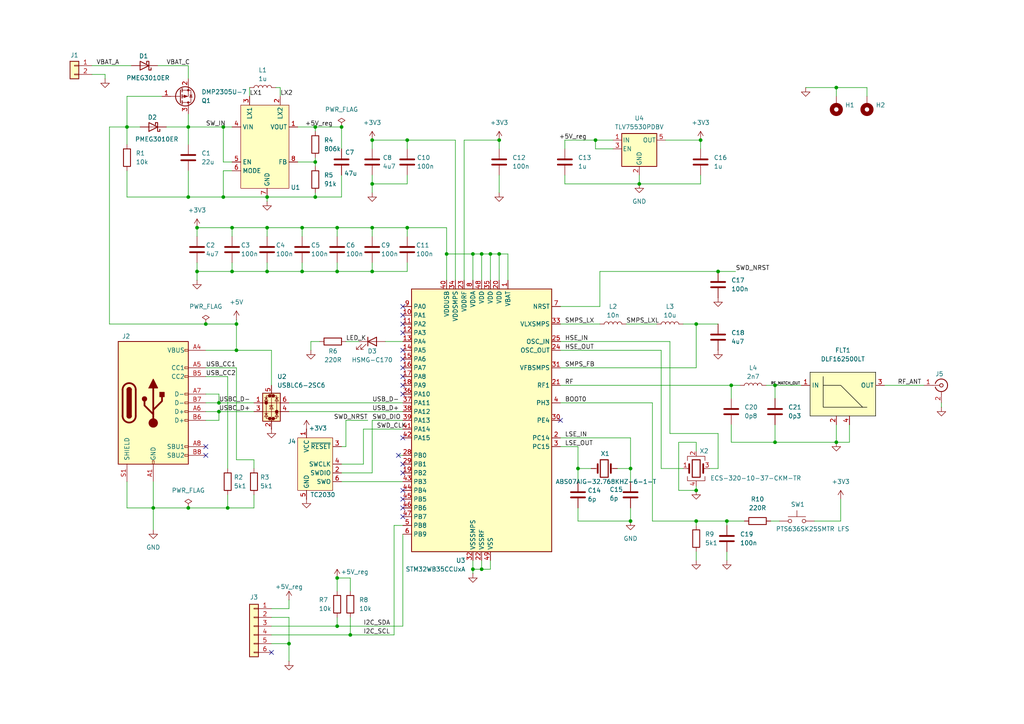
<source format=kicad_sch>
(kicad_sch (version 20250114) (generator "eeschema") (generator_version "9.0")
  (paper "A4")
  (title_block (title "STM32WB with SEN54 module") (date "2025-09-11") (rev "A"))
  (junction (at 59.69 93.98))
  (junction (at 208.28 78.74))
  (junction (at 99.06 36.83))
  (junction (at 87.63 66.04))
  (junction (at 91.44 36.83))
  (junction (at 203.2 40.64))
  (junction (at 101.6 184.15))
  (junction (at 212.09 111.76))
  (junction (at 57.15 66.04))
  (junction (at 137.16 165.1))
  (junction (at 97.79 66.04))
  (junction (at 137.16 73.66))
  (junction (at 172.72 40.64))
  (junction (at 77.47 57.15))
  (junction (at 64.77 36.83))
  (junction (at 139.7 73.66))
  (junction (at 201.93 142.24))
  (junction (at 107.95 66.04))
  (junction (at 182.88 135.89))
  (junction (at 118.11 40.64))
  (junction (at 97.79 167.64))
  (junction (at 224.79 128.27))
  (junction (at 139.7 165.1))
  (junction (at 83.82 186.69))
  (junction (at 54.61 36.83))
  (junction (at 142.24 73.66))
  (junction (at 97.79 181.61))
  (junction (at 64.77 57.15))
  (junction (at 91.44 57.15))
  (junction (at 182.88 151.13))
  (junction (at 144.78 40.64))
  (junction (at 87.63 78.74))
  (junction (at 107.95 78.74))
  (junction (at 67.31 78.74))
  (junction (at 129.54 73.66))
  (junction (at 67.31 66.04))
  (junction (at 210.82 151.13))
  (junction (at 107.95 40.64))
  (junction (at 97.79 78.74))
  (junction (at 63.5 116.84))
  (junction (at 63.5 119.38))
  (junction (at 242.57 128.27))
  (junction (at 68.58 93.98))
  (junction (at 54.61 57.15))
  (junction (at 66.04 147.32))
  (junction (at 167.64 135.89))
  (junction (at 118.11 66.04))
  (junction (at 68.58 101.6))
  (junction (at 201.93 151.13))
  (junction (at 57.15 78.74))
  (junction (at 77.47 66.04))
  (junction (at 242.57 25.4))
  (junction (at 185.42 53.34))
  (junction (at 201.93 93.98))
  (junction (at 54.61 147.32))
  (junction (at 224.79 111.76))
  (junction (at 36.83 36.83))
  (junction (at 144.78 73.66))
  (junction (at 107.95 53.34))
  (junction (at 77.47 78.74))
  (junction (at 91.44 46.99))
  (junction (at 44.45 147.32))
  (no_connect (at 115.57 132.08))
  (no_connect (at 116.84 137.16))
  (no_connect (at 116.84 109.22))
  (no_connect (at 116.84 134.62))
  (no_connect (at 78.74 189.23))
  (no_connect (at 116.84 142.24))
  (no_connect (at 162.56 121.92))
  (no_connect (at 116.84 104.14))
  (no_connect (at 59.69 129.54))
  (no_connect (at 116.84 88.9))
  (no_connect (at 116.84 144.78))
  (no_connect (at 116.84 93.98))
  (no_connect (at 116.84 127))
  (no_connect (at 116.84 147.32))
  (no_connect (at 59.69 132.08))
  (no_connect (at 116.84 111.76))
  (no_connect (at 116.84 114.3))
  (no_connect (at 116.84 106.68))
  (no_connect (at 116.84 101.6))
  (no_connect (at 116.84 91.44))
  (no_connect (at 116.84 149.86))
  (no_connect (at 116.84 96.52))
  (wire (pts (xy 26.67 19.05) (xy 38.1 19.05)))
  (wire (pts (xy 189.23 116.84) (xy 162.56 116.84)))
  (wire (pts (xy 64.77 49.53) (xy 64.77 57.15)))
  (wire (pts (xy 191.77 101.6) (xy 162.56 101.6)))
  (wire (pts (xy 163.83 40.64) (xy 163.83 43.18)))
  (wire (pts (xy 118.11 50.8) (xy 118.11 53.34)))
  (wire (pts (xy 201.93 130.81) (xy 201.93 128.27)))
  (wire (pts (xy 83.82 119.38) (xy 116.84 119.38)))
  (wire (pts (xy 87.63 66.04) (xy 97.79 66.04)))
  (wire (pts (xy 91.44 57.15) (xy 77.47 57.15)))
  (wire (pts (xy 77.47 78.74) (xy 87.63 78.74)))
  (wire (pts (xy 144.78 73.66) (xy 144.78 81.28)))
  (wire (pts (xy 86.36 46.99) (xy 91.44 46.99)))
  (wire (pts (xy 196.85 128.27) (xy 196.85 142.24)))
  (wire (pts (xy 129.54 81.28) (xy 129.54 73.66)))
  (wire (pts (xy 99.06 139.7) (xy 116.84 139.7)))
  (wire (pts (xy 54.61 33.02) (xy 54.61 36.83)))
  (wire (pts (xy 91.44 46.99) (xy 91.44 45.72)))
  (wire (pts (xy 97.79 76.2) (xy 97.79 78.74)))
  (wire (pts (xy 273.05 116.84) (xy 273.05 118.11)))
  (wire (pts (xy 99.06 137.16) (xy 107.95 137.16)))
  (wire (pts (xy 107.95 78.74) (xy 118.11 78.74)))
  (wire (pts (xy 201.93 128.27) (xy 196.85 128.27)))
  (wire (pts (xy 198.12 93.98) (xy 201.93 93.98)))
  (wire (pts (xy 224.79 128.27) (xy 242.57 128.27)))
  (wire (pts (xy 36.83 57.15) (xy 54.61 57.15)))
  (wire (pts (xy 67.31 49.53) (xy 64.77 49.53)))
  (wire (pts (xy 101.6 179.07) (xy 101.6 184.15)))
  (wire (pts (xy 167.64 135.89) (xy 167.64 139.7)))
  (wire (pts (xy 114.3 152.4) (xy 116.84 152.4)))
  (wire (pts (xy 99.06 57.15) (xy 91.44 57.15)))
  (wire (pts (xy 189.23 116.84) (xy 189.23 151.13)))
  (wire (pts (xy 78.74 181.61) (xy 97.79 181.61)))
  (wire (pts (xy 26.67 21.59) (xy 30.48 21.59)))
  (wire (pts (xy 66.04 109.22) (xy 66.04 135.89)))
  (wire (pts (xy 167.64 147.32) (xy 167.64 151.13)))
  (wire (pts (xy 68.58 101.6) (xy 68.58 93.98)))
  (wire (pts (xy 115.57 132.08) (xy 116.84 132.08)))
  (wire (pts (xy 201.93 151.13) (xy 210.82 151.13)))
  (wire (pts (xy 144.78 43.18) (xy 144.78 40.64)))
  (wire (pts (xy 118.11 40.64) (xy 118.11 43.18)))
  (wire (pts (xy 67.31 78.74) (xy 77.47 78.74)))
  (wire (pts (xy 194.31 125.73) (xy 194.31 99.06)))
  (wire (pts (xy 224.79 123.19) (xy 224.79 128.27)))
  (wire (pts (xy 36.83 36.83) (xy 36.83 41.91)))
  (wire (pts (xy 99.06 134.62) (xy 105.41 134.62)))
  (wire (pts (xy 129.54 66.04) (xy 118.11 66.04)))
  (wire (pts (xy 78.74 179.07) (xy 83.82 179.07)))
  (wire (pts (xy 48.26 36.83) (xy 54.61 36.83)))
  (wire (pts (xy 67.31 66.04) (xy 67.31 68.58)))
  (wire (pts (xy 86.36 36.83) (xy 91.44 36.83)))
  (wire (pts (xy 63.5 116.84) (xy 73.66 116.84)))
  (wire (pts (xy 57.15 78.74) (xy 67.31 78.74)))
  (wire (pts (xy 66.04 143.51) (xy 66.04 147.32)))
  (wire (pts (xy 129.54 73.66) (xy 129.54 66.04)))
  (wire (pts (xy 36.83 139.7) (xy 36.83 147.32)))
  (wire (pts (xy 181.61 93.98) (xy 190.5 93.98)))
  (wire (pts (xy 80.01 25.4) (xy 81.28 25.4)))
  (wire (pts (xy 212.09 115.57) (xy 212.09 111.76)))
  (wire (pts (xy 59.69 119.38) (xy 63.5 119.38)))
  (wire (pts (xy 203.2 50.8) (xy 203.2 53.34)))
  (wire (pts (xy 64.77 46.99) (xy 64.77 36.83)))
  (wire (pts (xy 201.93 106.68) (xy 201.93 93.98)))
  (wire (pts (xy 87.63 68.58) (xy 87.63 66.04)))
  (wire (pts (xy 78.74 176.53) (xy 83.82 176.53)))
  (wire (pts (xy 54.61 147.32) (xy 66.04 147.32)))
  (wire (pts (xy 64.77 36.83) (xy 67.31 36.83)))
  (wire (pts (xy 77.47 76.2) (xy 77.47 78.74)))
  (wire (pts (xy 59.69 116.84) (xy 63.5 116.84)))
  (wire (pts (xy 226.06 151.13) (xy 223.52 151.13)))
  (wire (pts (xy 36.83 49.53) (xy 36.83 57.15)))
  (wire (pts (xy 208.28 125.73) (xy 194.31 125.73)))
  (wire (pts (xy 147.32 73.66) (xy 144.78 73.66)))
  (wire (pts (xy 59.69 121.92) (xy 63.5 121.92)))
  (wire (pts (xy 162.56 88.9) (xy 173.99 88.9)))
  (wire (pts (xy 246.38 128.27) (xy 246.38 123.19)))
  (wire (pts (xy 163.83 50.8) (xy 163.83 53.34)))
  (wire (pts (xy 142.24 73.66) (xy 144.78 73.66)))
  (wire (pts (xy 210.82 162.56) (xy 210.82 160.02)))
  (wire (pts (xy 185.42 53.34) (xy 203.2 53.34)))
  (wire (pts (xy 139.7 162.56) (xy 139.7 165.1)))
  (wire (pts (xy 163.83 53.34) (xy 185.42 53.34)))
  (wire (pts (xy 68.58 93.98) (xy 68.58 92.71)))
  (wire (pts (xy 99.06 50.8) (xy 99.06 57.15)))
  (wire (pts (xy 194.31 99.06) (xy 162.56 99.06)))
  (wire (pts (xy 36.83 147.32) (xy 44.45 147.32)))
  (wire (pts (xy 77.47 58.42) (xy 77.47 57.15)))
  (wire (pts (xy 78.74 111.76) (xy 78.74 101.6)))
  (wire (pts (xy 116.84 181.61) (xy 116.84 154.94)))
  (wire (pts (xy 87.63 76.2) (xy 87.63 78.74)))
  (wire (pts (xy 107.95 121.92) (xy 107.95 137.16)))
  (wire (pts (xy 77.47 66.04) (xy 87.63 66.04)))
  (wire (pts (xy 107.95 121.92) (xy 116.84 121.92)))
  (wire (pts (xy 107.95 76.2) (xy 107.95 78.74)))
  (wire (pts (xy 182.88 151.13) (xy 182.88 147.32)))
  (wire (pts (xy 67.31 46.99) (xy 64.77 46.99)))
  (wire (pts (xy 224.79 111.76) (xy 232.41 111.76)))
  (wire (pts (xy 242.57 25.4) (xy 251.46 25.4)))
  (wire (pts (xy 224.79 111.76) (xy 224.79 115.57)))
  (wire (pts (xy 64.77 57.15) (xy 77.47 57.15)))
  (wire (pts (xy 36.83 27.94) (xy 36.83 36.83)))
  (wire (pts (xy 167.64 129.54) (xy 167.64 135.89)))
  (wire (pts (xy 173.99 78.74) (xy 208.28 78.74)))
  (wire (pts (xy 208.28 135.89) (xy 205.74 135.89)))
  (wire (pts (xy 68.58 106.68) (xy 68.58 133.35)))
  (wire (pts (xy 36.83 36.83) (xy 40.64 36.83)))
  (wire (pts (xy 59.69 101.6) (xy 68.58 101.6)))
  (wire (pts (xy 99.06 36.83) (xy 99.06 43.18)))
  (wire (pts (xy 208.28 135.89) (xy 208.28 125.73)))
  (wire (pts (xy 243.84 144.78) (xy 243.84 151.13)))
  (wire (pts (xy 179.07 135.89) (xy 182.88 135.89)))
  (wire (pts (xy 66.04 147.32) (xy 73.66 147.32)))
  (wire (pts (xy 99.06 129.54) (xy 100.33 129.54)))
  (wire (pts (xy 144.78 50.8) (xy 144.78 55.88)))
  (wire (pts (xy 107.95 50.8) (xy 107.95 53.34)))
  (wire (pts (xy 185.42 50.8) (xy 185.42 53.34)))
  (wire (pts (xy 172.72 43.18) (xy 172.72 40.64)))
  (wire (pts (xy 139.7 165.1) (xy 142.24 165.1)))
  (wire (pts (xy 139.7 81.28) (xy 139.7 73.66)))
  (wire (pts (xy 212.09 111.76) (xy 214.63 111.76)))
  (wire (pts (xy 212.09 123.19) (xy 212.09 128.27)))
  (wire (pts (xy 107.95 66.04) (xy 107.95 68.58)))
  (wire (pts (xy 137.16 73.66) (xy 137.16 81.28)))
  (wire (pts (xy 118.11 66.04) (xy 118.11 68.58)))
  (wire (pts (xy 162.56 127) (xy 182.88 127)))
  (wire (pts (xy 210.82 151.13) (xy 215.9 151.13)))
  (wire (pts (xy 101.6 167.64) (xy 101.6 171.45)))
  (wire (pts (xy 173.99 88.9) (xy 173.99 78.74)))
  (wire (pts (xy 59.69 109.22) (xy 66.04 109.22)))
  (wire (pts (xy 162.56 129.54) (xy 167.64 129.54)))
  (wire (pts (xy 203.2 43.18) (xy 203.2 40.64)))
  (wire (pts (xy 77.47 66.04) (xy 77.47 68.58)))
  (wire (pts (xy 30.48 21.59) (xy 30.48 22.86)))
  (wire (pts (xy 59.69 114.3) (xy 63.5 114.3)))
  (wire (pts (xy 57.15 76.2) (xy 57.15 78.74)))
  (wire (pts (xy 59.69 106.68) (xy 68.58 106.68)))
  (wire (pts (xy 132.08 40.64) (xy 118.11 40.64)))
  (wire (pts (xy 107.95 43.18) (xy 107.95 40.64)))
  (wire (pts (xy 97.79 167.64) (xy 97.79 171.45)))
  (wire (pts (xy 222.25 111.76) (xy 224.79 111.76)))
  (wire (pts (xy 107.95 53.34) (xy 107.95 55.88)))
  (wire (pts (xy 208.28 78.74) (xy 213.36 78.74)))
  (wire (pts (xy 137.16 162.56) (xy 137.16 165.1)))
  (wire (pts (xy 59.69 93.98) (xy 31.75 93.98)))
  (wire (pts (xy 57.15 78.74) (xy 57.15 81.28)))
  (wire (pts (xy 129.54 73.66) (xy 137.16 73.66)))
  (wire (pts (xy 201.93 93.98) (xy 208.28 93.98)))
  (wire (pts (xy 91.44 36.83) (xy 91.44 38.1)))
  (wire (pts (xy 142.24 81.28) (xy 142.24 73.66)))
  (wire (pts (xy 91.44 46.99) (xy 91.44 48.26)))
  (wire (pts (xy 36.83 36.83) (xy 31.75 36.83)))
  (wire (pts (xy 142.24 162.56) (xy 142.24 165.1)))
  (wire (pts (xy 68.58 93.98) (xy 59.69 93.98)))
  (wire (pts (xy 72.39 25.4) (xy 72.39 27.94)))
  (wire (pts (xy 107.95 40.64) (xy 118.11 40.64)))
  (wire (pts (xy 107.95 66.04) (xy 118.11 66.04)))
  (wire (pts (xy 54.61 36.83) (xy 64.77 36.83)))
  (wire (pts (xy 114.3 184.15) (xy 114.3 152.4)))
  (wire (pts (xy 97.79 66.04) (xy 107.95 66.04)))
  (wire (pts (xy 68.58 133.35) (xy 73.66 133.35)))
  (wire (pts (xy 63.5 119.38) (xy 73.66 119.38)))
  (wire (pts (xy 134.62 40.64) (xy 144.78 40.64)))
  (wire (pts (xy 162.56 111.76) (xy 212.09 111.76)))
  (wire (pts (xy 44.45 147.32) (xy 44.45 153.67)))
  (wire (pts (xy 236.22 151.13) (xy 243.84 151.13)))
  (wire (pts (xy 163.83 40.64) (xy 172.72 40.64)))
  (wire (pts (xy 242.57 123.19) (xy 242.57 128.27)))
  (wire (pts (xy 137.16 165.1) (xy 139.7 165.1)))
  (wire (pts (xy 44.45 147.32) (xy 54.61 147.32)))
  (wire (pts (xy 201.93 151.13) (xy 201.93 152.4)))
  (wire (pts (xy 97.79 179.07) (xy 97.79 181.61)))
  (wire (pts (xy 162.56 93.98) (xy 173.99 93.98)))
  (wire (pts (xy 90.17 99.06) (xy 92.71 99.06)))
  (wire (pts (xy 91.44 36.83) (xy 99.06 36.83)))
  (wire (pts (xy 137.16 166.37) (xy 137.16 165.1)))
  (wire (pts (xy 189.23 151.13) (xy 201.93 151.13)))
  (wire (pts (xy 171.45 135.89) (xy 167.64 135.89)))
  (wire (pts (xy 137.16 73.66) (xy 139.7 73.66)))
  (wire (pts (xy 87.63 78.74) (xy 97.79 78.74)))
  (wire (pts (xy 97.79 68.58) (xy 97.79 66.04)))
  (wire (pts (xy 196.85 142.24) (xy 201.93 142.24)))
  (wire (pts (xy 191.77 101.6) (xy 191.77 135.89)))
  (wire (pts (xy 162.56 106.68) (xy 201.93 106.68)))
  (wire (pts (xy 78.74 184.15) (xy 101.6 184.15)))
  (wire (pts (xy 177.8 43.18) (xy 172.72 43.18)))
  (wire (pts (xy 147.32 81.28) (xy 147.32 73.66)))
  (wire (pts (xy 251.46 27.94) (xy 251.46 25.4)))
  (wire (pts (xy 67.31 66.04) (xy 77.47 66.04)))
  (wire (pts (xy 73.66 143.51) (xy 73.66 147.32)))
  (wire (pts (xy 73.66 133.35) (xy 73.66 135.89)))
  (wire (pts (xy 172.72 40.64) (xy 177.8 40.64)))
  (wire (pts (xy 83.82 173.99) (xy 83.82 176.53)))
  (wire (pts (xy 44.45 139.7) (xy 44.45 147.32)))
  (wire (pts (xy 118.11 78.74) (xy 118.11 76.2)))
  (wire (pts (xy 256.54 111.76) (xy 267.97 111.76)))
  (wire (pts (xy 201.93 160.02) (xy 201.93 162.56)))
  (wire (pts (xy 139.7 73.66) (xy 142.24 73.66)))
  (wire (pts (xy 105.41 124.46) (xy 116.84 124.46)))
  (wire (pts (xy 182.88 135.89) (xy 182.88 139.7)))
  (wire (pts (xy 90.17 101.6) (xy 90.17 99.06)))
  (wire (pts (xy 57.15 68.58) (xy 57.15 66.04)))
  (wire (pts (xy 83.82 179.07) (xy 83.82 186.69)))
  (wire (pts (xy 83.82 116.84) (xy 116.84 116.84)))
  (wire (pts (xy 97.79 181.61) (xy 116.84 181.61)))
  (wire (pts (xy 78.74 186.69) (xy 83.82 186.69)))
  (wire (pts (xy 193.04 40.64) (xy 203.2 40.64)))
  (wire (pts (xy 242.57 27.94) (xy 242.57 25.4)))
  (wire (pts (xy 100.33 99.06) (xy 104.14 99.06)))
  (wire (pts (xy 132.08 81.28) (xy 132.08 40.64)))
  (wire (pts (xy 210.82 151.13) (xy 210.82 152.4)))
  (wire (pts (xy 54.61 57.15) (xy 64.77 57.15)))
  (wire (pts (xy 242.57 128.27) (xy 246.38 128.27)))
  (wire (pts (xy 242.57 25.4) (xy 233.68 25.4)))
  (wire (pts (xy 63.5 119.38) (xy 63.5 121.92)))
  (wire (pts (xy 54.61 36.83) (xy 54.61 41.91)))
  (wire (pts (xy 36.83 27.94) (xy 46.99 27.94)))
  (wire (pts (xy 101.6 167.64) (xy 97.79 167.64)))
  (wire (pts (xy 101.6 184.15) (xy 114.3 184.15)))
  (wire (pts (xy 167.64 151.13) (xy 182.88 151.13)))
  (wire (pts (xy 54.61 49.53) (xy 54.61 57.15)))
  (wire (pts (xy 191.77 135.89) (xy 198.12 135.89)))
  (wire (pts (xy 67.31 76.2) (xy 67.31 78.74)))
  (wire (pts (xy 63.5 114.3) (xy 63.5 116.84)))
  (wire (pts (xy 45.72 19.05) (xy 54.61 19.05)))
  (wire (pts (xy 107.95 53.34) (xy 118.11 53.34)))
  (wire (pts (xy 91.44 55.88) (xy 91.44 57.15)))
  (wire (pts (xy 31.75 93.98) (xy 31.75 36.83)))
  (wire (pts (xy 105.41 134.62) (xy 105.41 124.46)))
  (wire (pts (xy 212.09 128.27) (xy 224.79 128.27)))
  (wire (pts (xy 201.93 142.24) (xy 201.93 140.97)))
  (wire (pts (xy 83.82 186.69) (xy 83.82 191.77)))
  (wire (pts (xy 81.28 25.4) (xy 81.28 27.94)))
  (wire (pts (xy 97.79 78.74) (xy 107.95 78.74)))
  (wire (pts (xy 134.62 81.28) (xy 134.62 40.64)))
  (wire (pts (xy 57.15 66.04) (xy 67.31 66.04)))
  (wire (pts (xy 100.33 129.54) (xy 100.33 121.92)))
  (wire (pts (xy 78.74 101.6) (xy 68.58 101.6)))
  (wire (pts (xy 111.76 99.06) (xy 116.84 99.06)))
  (wire (pts (xy 100.33 121.92) (xy 106.68 121.92)))
  (wire (pts (xy 54.61 22.86) (xy 54.61 19.05)))
  (wire (pts (xy 182.88 127) (xy 182.88 135.89)))
  (label "RF_MATCH_OUT" (at 223.52 111.76 0) (effects (font (size 0.762 0.762))))
  (label "+5V_reg" (at 170.18 40.64 180))
  (label "USBC_D-" (at 63.5 116.84 0))
  (label "SMPS_FB" (at 163.83 106.68 0))
  (label "USB_D-" (at 107.95 116.84 0))
  (label "HSE_OUT" (at 163.83 101.6 0))
  (label "BOOT0" (at 163.83 116.84 0))
  (label "SWD_DIO" (at 107.95 121.92 0))
  (label "SWD_NRST" (at 213.36 78.74 0))
  (label "SWD_NRST" (at 106.68 121.92 180))
  (label "LSE_IN" (at 163.83 127 0))
  (label "SWD_CLK" (at 109.22 124.46 0))
  (label "+5V_reg" (at 96.52 36.83 180))
  (label "SW_IN" (at 59.69 36.83 0))
  (label "RF_ANT" (at 260.35 111.76 0))
  (label "USB_D+" (at 107.95 119.38 0))
  (label "HSE_IN" (at 163.83 99.06 0))
  (label "USB_CC2" (at 59.69 109.22 0))
  (label "LX1" (at 72.39 27.94 0))
  (label "LX2" (at 81.28 27.94 0))
  (label "I2C_SCL" (at 105.41 184.15 0))
  (label "SMPS_LXL" (at 181.61 93.98 0))
  (label "USB_CC1" (at 59.69 106.68 0))
  (label "I2C_SDA" (at 105.41 181.61 0))
  (label "LSE_OUT" (at 163.83 129.54 0))
  (label "SMPS_LX" (at 163.83 93.98 0))
  (label "VBAT_A" (at 27.94 19.05 0))
  (label "RF" (at 163.83 111.76 0))
  (label "LED_K" (at 100.33 99.06 0))
  (label "USBC_D+" (at 63.5 119.38 0))
  (label "VBAT_C" (at 48.26 19.05 0))
  (symbol (lib_id "Device:C") (at 203.2 46.99 0) (unit 1)
    (property "Reference" "C16" (at 207.01 45.7199 0) (effects (justify left)))
    (property "Value" "1u" (at 207.01 48.2599 0) (effects (justify left)))
    (property "Footprint" "Capacitor_SMD:C_0603_1608Metric" (effects (hide yes)))
    (property "Description" "Unpolarized capacitor" (effects (hide yes)))
  )
  (symbol (lib_id "power:GND") (at 208.28 86.36 0) (unit 1)
    (property "Reference" "#PWR024" (effects (hide yes)))
    (property "Value" "GND" (effects (hide yes)))
    (property "Description" "Power symbol creates a global label with name \"GND\" , ground" (effects (hide yes)))
  )
  (symbol (lib_id "Device:R") (at 91.44 52.07 0) (unit 1)
    (property "Reference" "R5" (at 93.98 50.7999 0) (effects (justify left)))
    (property "Value" "91k" (at 93.98 53.3399 0) (effects (justify left)))
    (property "Footprint" "Resistor_SMD:R_0603_1608Metric" (effects (hide yes)))
    (property "Description" "Resistor" (effects (hide yes)))
  )
  (symbol (lib_id "Device:C") (at 77.47 72.39 0) (unit 1)
    (property "Reference" "C4" (at 80.01 71.12 0) (effects (justify left)))
    (property "Value" "100n" (at 80.01 73.66 0) (effects (justify left)))
    (property "Footprint" "Capacitor_SMD:C_0603_1608Metric" (effects (hide yes)))
    (property "Description" "Unpolarized capacitor" (effects (hide yes)))
  )
  (symbol (lib_id "Device:Crystal_GND24") (at 201.93 135.89 0) (unit 1)
    (property "Reference" "X2" (at 204.216 130.81 0))
    (property "Value" "ECS-320-10-37-CKM-TR" (at 219.202 138.684 0))
    (property "Footprint" "Crystal:Crystal_SMD_SeikoEpson_FA128-4Pin_2.0x1.6mm" (effects (hide yes)))
    (property "Datasheet" "https://eu.mouser.com/datasheet/3/294/1/ecx-1637.pdf" (effects (hide yes)))
    (property "Description" "520-320-10-37-CKMT" (effects (hide yes)))
  )
  (symbol (lib_id "Mechanical:MountingHole_Pad") (at 251.46 30.48 180) (unit 1) (in_bom no)
    (property "Reference" "H2" (at 254 30.4799 0) (effects (justify right)))
    (property "Value" "MountingHole_Pad" (effects (hide yes)))
    (property "Footprint" "MountingHole:MountingHole_2.2mm_M2_Pad_Via" (effects (hide yes)))
    (property "Description" "Mounting Hole with connection" (effects (hide yes)))
  )
  (symbol (lib_id "power:GND") (at 44.45 153.67 0) (unit 1)
    (property "Reference" "#PWR02" (effects (hide yes)))
    (property "Value" "GND" (at 44.45 158.75 0))
    (property "Description" "Power symbol creates a global label with name \"GND\" , ground" (effects (hide yes)))
  )
  (symbol (lib_id "Regulator_Linear:TLV75530PDBV") (at 185.42 43.18 0) (unit 1)
    (property "Reference" "U4" (at 185.42 34.29 0))
    (property "Value" "TLV75530PDBV" (at 185.42 36.83 0))
    (property "Footprint" "Package_TO_SOT_SMD:SOT-23-5" (effects (hide yes)))
    (property "Datasheet" "http://www.ti.com/lit/ds/symlink/tlv755p.pdf" (effects (hide yes)))
    (property "Description" "500mA Low Dropout Voltage Regulator, Fixed Output 3.0V, SOT-23-5" (effects (hide yes)))
  )
  (symbol (lib_id "power:GND") (at 182.88 151.13 0) (unit 1)
    (property "Reference" "#PWR019" (effects (hide yes)))
    (property "Value" "GND" (at 182.88 156.21 0))
    (property "Description" "Power symbol creates a global label with name \"GND\" , ground" (effects (hide yes)))
  )
  (symbol (lib_id "power:GND") (at 77.47 58.42 0) (unit 1)
    (property "Reference" "#PWR06" (effects (hide yes)))
    (property "Value" "GND" (effects (hide yes)))
    (property "Description" "Power symbol creates a global label with name \"GND\" , ground" (effects (hide yes)))
  )
  (symbol (lib_id "power:+BATT") (at 83.82 173.99 0) (unit 1)
    (property "Reference" "#PWR08" (effects (hide yes)))
    (property "Value" "+5V_reg" (at 83.82 170.18 0))
    (property "Description" "Power symbol creates a global label with name \"+BATT\"" (effects (hide yes)))
  )
  (symbol (lib_id "power:+BATT") (at 97.79 167.64 0) (unit 1)
    (property "Reference" "#PWR013" (effects (hide yes)))
    (property "Value" "+5V_reg" (at 102.87 165.862 0))
    (property "Description" "Power symbol creates a global label with name \"+BATT\"" (effects (hide yes)))
  )
  (symbol (lib_id "power:GND") (at 107.95 55.88 0) (unit 1)
    (property "Reference" "#PWR015" (effects (hide yes)))
    (property "Value" "GND" (effects (hide yes)))
    (property "Description" "Power symbol creates a global label with name \"GND\" , ground" (effects (hide yes)))
  )
  (symbol (lib_id "Device:C") (at 118.11 46.99 0) (unit 1)
    (property "Reference" "C10" (at 120.904 45.72 0) (effects (justify left)))
    (property "Value" "100n" (at 120.904 48.26 0) (effects (justify left)))
    (property "Footprint" "Capacitor_SMD:C_0603_1608Metric" (effects (hide yes)))
    (property "Description" "Unpolarized capacitor" (effects (hide yes)))
  )
  (symbol (lib_id "power:GND") (at 210.82 162.56 0) (unit 1)
    (property "Reference" "#PWR026" (effects (hide yes)))
    (property "Value" "GND" (effects (hide yes)))
    (property "Description" "Power symbol creates a global label with name \"GND\" , ground" (effects (hide yes)))
  )
  (symbol (lib_id "power:GND") (at 273.05 118.11 0) (unit 1)
    (property "Reference" "#PWR030" (effects (hide yes)))
    (property "Value" "GND" (effects (hide yes)))
    (property "Description" "Power symbol creates a global label with name \"GND\" , ground" (effects (hide yes)))
  )
  (symbol (lib_id "power:GND") (at 137.16 166.37 0) (unit 1)
    (property "Reference" "#PWR016" (effects (hide yes)))
    (property "Value" "GND" (effects (hide yes)))
    (property "Description" "Power symbol creates a global label with name \"GND\" , ground" (effects (hide yes)))
  )
  (symbol (lib_id "Connector_Generic:Conn_01x06") (at 73.66 181.61 0) (mirror y) (unit 1)
    (property "Reference" "J3" (at 73.66 173.228 0))
    (property "Value" "Conn_01x06" (effects (hide yes)))
    (property "Footprint" "Connector_PinHeader_2.54mm:PinHeader_1x06_P2.54mm_Vertical" (effects (hide yes)))
    (property "Description" "Generic connector, single row, 01x06, script generated (kicad-library-utils/schlib/autogen/connector/)" (effects (hide yes)))
  )
  (symbol (lib_id "Device:C") (at 87.63 72.39 0) (unit 1)
    (property "Reference" "C5" (at 90.17 71.12 0) (effects (justify left)))
    (property "Value" "100n" (at 90.17 73.66 0) (effects (justify left)))
    (property "Footprint" "Capacitor_SMD:C_0603_1608Metric" (effects (hide yes)))
    (property "Description" "Unpolarized capacitor" (effects (hide yes)))
  )
  (symbol (lib_id "Device:L") (at 218.44 111.76 90) (unit 1)
    (property "Reference" "L4" (at 218.44 106.68 90))
    (property "Value" "2n7" (at 218.44 109.22 90))
    (property "Footprint" "Inductor_SMD:L_0603_1608Metric" (effects (hide yes)))
    (property "Description" "Inductor" (effects (hide yes)))
  )
  (symbol (lib_id "power:+5V") (at 68.58 92.71 0) (unit 1)
    (property "Reference" "#PWR05" (effects (hide yes)))
    (property "Value" "+5V" (at 68.58 87.63 0))
    (property "Description" "Power symbol creates a global label with name \"+5V\"" (effects (hide yes)))
  )
  (symbol (lib_id "Device:C") (at 67.31 72.39 0) (unit 1)
    (property "Reference" "C3" (at 69.85 71.12 0) (effects (justify left)))
    (property "Value" "100n" (at 69.85 73.66 0) (effects (justify left)))
    (property "Footprint" "Capacitor_SMD:C_0603_1608Metric" (effects (hide yes)))
    (property "Description" "Unpolarized capacitor" (effects (hide yes)))
  )
  (symbol (lib_id "Device:R") (at 96.52 99.06 90) (unit 1)
    (property "Reference" "R6" (at 96.5835 101.854 90))
    (property "Value" "220R" (at 96.5835 104.394 90))
    (property "Footprint" "Resistor_SMD:R_0603_1608Metric" (effects (hide yes)))
    (property "Description" "Resistor" (effects (hide yes)))
  )
  (symbol (lib_id "Device:D_Schottky") (at 41.91 19.05 180) (unit 1)
    (property "Reference" "D1" (at 41.656 16.256 0))
    (property "Value" "PMEG3010ER" (at 42.926 22.606 0))
    (property "Footprint" "Diode_SMD:Nexperia_CFP3_SOD-123W" (effects (hide yes)))
    (property "Datasheet" "https://assets.nexperia.com/documents/data-sheet/PMEG3010ER.pdf" (effects (hide yes)))
  )
  (symbol (lib_id "Device:C") (at 208.28 97.79 180) (unit 1)
    (property "Reference" "C18" (at 212.09 96.5199 0) (effects (justify right)))
    (property "Value" "4u7" (at 212.09 99.0599 0) (effects (justify right)))
    (property "Footprint" "Capacitor_SMD:C_0603_1608Metric" (effects (hide yes)))
    (property "Description" "Unpolarized capacitor" (effects (hide yes)))
  )
  (symbol (lib_id "power:GND") (at 78.74 124.46 0) (unit 1)
    (property "Reference" "#PWR07" (effects (hide yes)))
    (property "Value" "GND" (effects (hide yes)))
    (property "Description" "Power symbol creates a global label with name \"GND\" , ground" (effects (hide yes)))
  )
  (symbol (lib_id "power:GND") (at 83.82 191.77 0) (unit 1)
    (property "Reference" "#PWR09" (effects (hide yes)))
    (property "Value" "GND" (effects (hide yes)))
    (property "Description" "Power symbol creates a global label with name \"GND\" , ground" (effects (hide yes)))
  )
  (symbol (lib_id "Mechanical:MountingHole_Pad") (at 242.57 30.48 180) (unit 1) (in_bom no)
    (property "Reference" "H1" (at 245.11 30.4799 0) (effects (justify right)))
    (property "Value" "MountingHole_Pad" (effects (hide yes)))
    (property "Footprint" "MountingHole:MountingHole_2.2mm_M2_Pad_Via" (effects (hide yes)))
    (property "Description" "Mounting Hole with connection" (effects (hide yes)))
  )
  (symbol (lib_id "power:GND") (at 201.93 162.56 0) (unit 1)
    (property "Reference" "#PWR022" (effects (hide yes)))
    (property "Value" "GND" (effects (hide yes)))
    (property "Description" "Power symbol creates a global label with name \"GND\" , ground" (effects (hide yes)))
  )
  (symbol (lib_id "Power_Protection:USBLC6-2SC6") (at 78.74 116.84 0) (unit 1)
    (property "Reference" "U2" (at 80.3911 109.22 0) (effects (justify left)))
    (property "Value" "USBLC6-2SC6" (at 80.3911 111.76 0) (effects (justify left)))
    (property "Footprint" "Package_TO_SOT_SMD:SOT-23-6" (effects (hide yes)))
    (property "Datasheet" "https://www.st.com/resource/en/datasheet/usblc6-2.pdf" (effects (hide yes)))
    (property "Description" "Very low capacitance ESD protection diode, 2 data-line, SOT-23-6" (effects (hide yes)))
  )
  (symbol (lib_id "power:GND") (at 201.93 142.24 0) (unit 1)
    (property "Reference" "#PWR021" (effects (hide yes)))
    (property "Value" "GND" (effects (hide yes)))
    (property "Description" "Power symbol creates a global label with name \"GND\" , ground" (effects (hide yes)))
  )
  (symbol (lib_id "Transistor_FET:DMP3099L") (at 52.07 27.94 0) (mirror x) (unit 1)
    (property "Reference" "Q1" (at 58.42 29.2101 0) (effects (justify left)))
    (property "Value" "DMP2305U-7" (at 58.42 26.6701 0) (effects (justify left)))
    (property "Footprint" "Package_TO_SOT_SMD:SOT-23" (effects (hide yes)))
    (property "Datasheet" "https://4donline.ihs.com/images/VipMasterIC/IC/DIOD/DIOD-S-A0001068989/DIOD-S-A0001068989-1.pdf?hkey=CECEF36DEECDED6468708AAF2E19C0C6" (effects (hide yes)))
    (property "Description" "621-DMP2305U-7" (effects (hide yes)))
  )
  (symbol (lib_id "Device:C") (at 212.09 119.38 0) (unit 1)
    (property "Reference" "C20" (at 215.9 118.1099 0) (effects (justify left)))
    (property "Value" "0p8" (at 215.9 120.6499 0) (effects (justify left)))
    (property "Footprint" "Capacitor_SMD:C_0603_1608Metric" (effects (hide yes)))
    (property "Description" "Unpolarized capacitor" (effects (hide yes)))
  )
  (symbol (lib_id "Connector:Conn_Coaxial") (at 273.05 111.76 0) (unit 1)
    (property "Reference" "J5" (at 271.272 108.458 0) (effects (justify left)))
    (property "Value" "Conn_Coaxial" (effects (hide yes)))
    (property "Footprint" "Connector_Coaxial:U.FL_Hirose_U.FL-R-SMT-1_Vertical" (effects (hide yes)))
    (property "Description" "coaxial connector (BNC, SMA, SMB, SMC, Cinch/RCA, LEMO, ...)" (effects (hide yes)))
  )
  (symbol (lib_id "Device:C") (at 54.61 45.72 0) (unit 1)
    (property "Reference" "C1" (at 58.42 44.4499 0) (effects (justify left)))
    (property "Value" "22u" (at 58.42 46.9899 0) (effects (justify left)))
    (property "Footprint" "Capacitor_SMD:C_1206_3216Metric" (effects (hide yes)))
    (property "Description" "CL10A226MP8NUNE" (effects (hide yes)))
  )
  (symbol (lib_id "power:+3V3") (at 243.84 144.78 0) (unit 1)
    (property "Reference" "#PWR029" (effects (hide yes)))
    (property "Value" "+3V3" (at 243.84 139.7 0))
    (property "Description" "Power symbol creates a global label with name \"+3V3\"" (effects (hide yes)))
  )
  (symbol (lib_id "Device:C") (at 163.83 46.99 0) (unit 1)
    (property "Reference" "C13" (at 167.64 45.7199 0) (effects (justify left)))
    (property "Value" "1u" (at 167.64 48.2599 0) (effects (justify left)))
    (property "Footprint" "Capacitor_SMD:C_0603_1608Metric" (effects (hide yes)))
    (property "Description" "Unpolarized capacitor" (effects (hide yes)))
  )
  (symbol (lib_id "power:+3V3") (at 144.78 40.64 0) (unit 1)
    (property "Reference" "#PWR017" (effects (hide yes)))
    (property "Value" "+3V3" (at 144.78 35.56 0))
    (property "Description" "Power symbol creates a global label with name \"+3V3\"" (effects (hide yes)))
  )
  (symbol (lib_id "power:+3V3") (at 107.95 40.64 0) (unit 1)
    (property "Reference" "#PWR014" (effects (hide yes)))
    (property "Value" "+3V3" (at 107.95 35.56 0))
    (property "Description" "Power symbol creates a global label with name \"+3V3\"" (effects (hide yes)))
  )
  (symbol (lib_id "Device:C") (at 118.11 72.39 0) (unit 1)
    (property "Reference" "C11" (at 120.65 71.12 0) (effects (justify left)))
    (property "Value" "100n" (at 120.65 73.66 0) (effects (justify left)))
    (property "Footprint" "Capacitor_SMD:C_0603_1608Metric" (effects (hide yes)))
    (property "Description" "Unpolarized capacitor" (effects (hide yes)))
  )
  (symbol (lib_id "Device:R") (at 201.93 156.21 0) (unit 1)
    (property "Reference" "R9" (at 204.47 154.9399 0) (effects (justify left)))
    (property "Value" "5k1" (at 204.47 157.4799 0) (effects (justify left)))
    (property "Footprint" "Resistor_SMD:R_0603_1608Metric" (effects (hide yes)))
    (property "Description" "Resistor" (effects (hide yes)))
  )
  (symbol (lib_id "Device:LED") (at 107.95 99.06 0) (unit 1)
    (property "Reference" "D3" (at 107.95 101.854 0))
    (property "Value" "HSMG-C170" (at 107.95 104.394 0))
    (property "Footprint" "Diode_SMD:D_0805_2012Metric" (effects (hide yes)))
    (property "Datasheet" "https://eu.mouser.com/datasheet/3/57/1/AV02-0551EN-DS-HSMx-Cxxx-25Mar2022.pdf" (effects (hide yes)))
    (property "Description" "Light emitting diode" (effects (hide yes)))
    (property "Sim.Pins" "1=K 2=A" (effects (hide yes)))
  )
  (symbol (lib_id "power:+3V3") (at 57.15 66.04 0) (unit 1)
    (property "Reference" "#PWR03" (effects (hide yes)))
    (property "Value" "+3V3" (at 57.15 60.96 0))
    (property "Description" "Power symbol creates a global label with name \"+3V3\"" (effects (hide yes)))
  )
  (symbol (lib_id "Device:L") (at 177.8 93.98 90) (unit 1)
    (property "Reference" "L2" (at 177.8 88.9 90))
    (property "Value" "10n" (at 177.8 91.44 90))
    (property "Footprint" "Inductor_SMD:L_0603_1608Metric" (effects (hide yes)))
    (property "Description" "Inductor" (effects (hide yes)))
  )
  (symbol (lib_id "power:GND") (at 144.78 55.88 0) (unit 1)
    (property "Reference" "#PWR018" (effects (hide yes)))
    (property "Value" "GND" (effects (hide yes)))
    (property "Description" "Power symbol creates a global label with name \"GND\" , ground" (effects (hide yes)))
  )
  (symbol (lib_id "Device:C") (at 97.79 72.39 0) (unit 1)
    (property "Reference" "C6" (at 100.33 71.12 0) (effects (justify left)))
    (property "Value" "100n" (at 100.33 73.66 0) (effects (justify left)))
    (property "Footprint" "Capacitor_SMD:C_0603_1608Metric" (effects (hide yes)))
    (property "Description" "Unpolarized capacitor" (effects (hide yes)))
  )
  (symbol (lib_id "TPS631000:TPS631000") (at 77.47 41.91 0) (unit 1)
    (property "Reference" "U1" (at 84.328 54.356 0) (effects (justify left)))
    (property "Value" "TPS631000DRLR" (effects (hide yes)))
    (property "Footprint" "Package_TO_SOT_SMD:SOT-583-8" (effects (hide yes)))
    (property "Datasheet" "https://www.ti.com/lit/ds/symlink/tps631000.pdf?ts=1757347820571&ref_url=https%253A%252F%252Fwww.mouser.pl%252F" (effects (hide yes)))
    (property "Description" "595-TPS631000DRLR" (effects (hide yes)))
  )
  (symbol (lib_id "Device:C") (at 99.06 46.99 0) (unit 1)
    (property "Reference" "C7" (at 100.076 44.196 0) (effects (justify left)))
    (property "Value" "47u" (at 99.822 50.292 0) (effects (justify left)))
    (property "Footprint" "Capacitor_SMD:C_1206_3216Metric" (effects (hide yes)))
    (property "Description" "GRM31CR61A476ME15K" (effects (hide yes)))
  )
  (symbol (lib_id "power:+3V3") (at 88.9 124.46 0) (unit 1)
    (property "Reference" "#PWR010" (effects (hide yes)))
    (property "Value" "+3V3" (at 92.202 124.206 0))
    (property "Description" "Power symbol creates a global label with name \"+3V3\"" (effects (hide yes)))
  )
  (symbol (lib_id "Connector:USB_C_Receptacle_USB2.0_16P") (at 44.45 116.84 0) (unit 1)
    (property "Reference" "J2" (at 36.576 97.536 0))
    (property "Value" "USB_C_Receptacle_USB2.0_16P" (effects (hide yes)))
    (property "Footprint" "Connector_USB:USB_C_Receptacle_GCT_USB4105-xx-A_16P_TopMnt_Horizontal" (effects (hide yes)))
    (property "Datasheet" "https://www.usb.org/sites/default/files/documents/usb_type-c.zip" (effects (hide yes)))
    (property "Description" "USB 2.0-only 16P Type-C Receptacle connector" (effects (hide yes)))
  )
  (symbol (lib_id "power:PWR_FLAG") (at 59.69 93.98 0) (unit 1)
    (property "Reference" "#FLG02" (effects (hide yes)))
    (property "Value" "PWR_FLAG" (at 59.69 88.9 0))
    (property "Description" "Special symbol for telling ERC where power comes from" (effects (hide yes)))
  )
  (symbol (lib_id "Device:R") (at 97.79 175.26 0) (unit 1)
    (property "Reference" "R7" (at 92.456 173.99 0) (effects (justify left)))
    (property "Value" "10k" (at 92.456 176.53 0) (effects (justify left)))
    (property "Footprint" "Resistor_SMD:R_0603_1608Metric" (effects (hide yes)))
    (property "Description" "Resistor" (effects (hide yes)))
  )
  (symbol (lib_id "Device:C") (at 144.78 46.99 0) (unit 1)
    (property "Reference" "C12" (at 148.59 45.7199 0) (effects (justify left)))
    (property "Value" "100n" (at 148.59 48.2599 0) (effects (justify left)))
    (property "Footprint" "Capacitor_SMD:C_0603_1608Metric" (effects (hide yes)))
    (property "Description" "Unpolarized capacitor" (effects (hide yes)))
  )
  (symbol (lib_id "Device:C") (at 107.95 72.39 0) (unit 1)
    (property "Reference" "C9" (at 110.49 71.12 0) (effects (justify left)))
    (property "Value" "100n" (at 110.49 73.66 0) (effects (justify left)))
    (property "Footprint" "Capacitor_SMD:C_0603_1608Metric" (effects (hide yes)))
    (property "Description" "Unpolarized capacitor" (effects (hide yes)))
  )
  (symbol (lib_id "power:GND") (at 233.68 25.4 0) (unit 1)
    (property "Reference" "#PWR027" (effects (hide yes)))
    (property "Value" "GND" (effects (hide yes)))
    (property "Description" "Power symbol creates a global label with name \"GND\" , ground" (effects (hide yes)))
  )
  (symbol (lib_id "power:PWR_FLAG") (at 54.61 147.32 0) (unit 1)
    (property "Reference" "#FLG01" (effects (hide yes)))
    (property "Value" "PWR_FLAG" (at 54.61 142.24 0))
    (property "Description" "Special symbol for telling ERC where power comes from" (effects (hide yes)))
  )
  (symbol (lib_id "Device:Crystal") (at 175.26 135.89 0) (unit 1)
    (property "Reference" "X1" (at 175.514 131.572 0))
    (property "Value" "ABS07AIG-32.768KHZ-6-1-T" (at 175.768 139.7 0))
    (property "Footprint" "Crystal:Crystal_SMD_3215-2Pin_3.2x1.5mm" (effects (hide yes)))
    (property "Datasheet" "https://eu.mouser.com/datasheet/3/184/1/ABS07AIG.pdf" (effects (hide yes)))
    (property "Description" "815-S07AIG32.768-61T" (effects (hide yes)))
  )
  (symbol (lib_id "Device:C") (at 210.82 156.21 0) (unit 1)
    (property "Reference" "C19" (at 214.63 154.9399 0) (effects (justify left)))
    (property "Value" "100n" (at 214.63 157.4799 0) (effects (justify left)))
    (property "Footprint" "Capacitor_SMD:C_0603_1608Metric" (effects (hide yes)))
    (property "Description" "Unpolarized capacitor" (effects (hide yes)))
  )
  (symbol (lib_id "Device:R") (at 91.44 41.91 0) (unit 1)
    (property "Reference" "R4" (at 93.98 40.6399 0) (effects (justify left)))
    (property "Value" "806k" (at 93.98 43.1799 0) (effects (justify left)))
    (property "Footprint" "Resistor_SMD:R_0603_1608Metric" (effects (hide yes)))
    (property "Description" "Resistor" (effects (hide yes)))
  )
  (symbol (lib_id "Device:R") (at 101.6 175.26 0) (unit 1)
    (property "Reference" "R8" (at 104.14 173.9899 0) (effects (justify left)))
    (property "Value" "10k" (at 104.14 176.5299 0) (effects (justify left)))
    (property "Footprint" "Resistor_SMD:R_0603_1608Metric" (effects (hide yes)))
    (property "Description" "Resistor" (effects (hide yes)))
  )
  (symbol (lib_id "Device:C") (at 224.79 119.38 0) (unit 1)
    (property "Reference" "C21" (at 228.6 118.1099 0) (effects (justify left)))
    (property "Value" "0p3" (at 228.6 120.6499 0) (effects (justify left)))
    (property "Footprint" "Capacitor_SMD:C_0603_1608Metric" (effects (hide yes)))
    (property "Description" "Unpolarized capacitor" (effects (hide yes)))
  )
  (symbol (lib_id "Connector_Generic:Conn_01x02") (at 21.59 19.05 0) (mirror y) (unit 1)
    (property "Reference" "J1" (at 21.59 16.002 0))
    (property "Value" "Conn_01x02" (effects (hide yes)))
    (property "Footprint" "Connector_PinHeader_2.54mm:PinHeader_1x02_P2.54mm_Vertical" (effects (hide yes)))
    (property "Description" "Generic connector, single row, 01x02, script generated (kicad-library-utils/schlib/autogen/connector/)" (effects (hide yes)))
  )
  (symbol (lib_id "power:GND") (at 57.15 81.28 0) (unit 1)
    (property "Reference" "#PWR04" (effects (hide yes)))
    (property "Value" "GND" (effects (hide yes)))
    (property "Description" "Power symbol creates a global label with name \"GND\" , ground" (effects (hide yes)))
  )
  (symbol (lib_id "Device:C") (at 208.28 82.55 0) (unit 1)
    (property "Reference" "C17" (at 212.09 81.2799 0) (effects (justify left)))
    (property "Value" "100n" (at 212.09 83.8199 0) (effects (justify left)))
    (property "Footprint" "Capacitor_SMD:C_0603_1608Metric" (effects (hide yes)))
    (property "Description" "Unpolarized capacitor" (effects (hide yes)))
  )
  (symbol (lib_id "Device:R") (at 219.71 151.13 90) (unit 1)
    (property "Reference" "R10" (at 219.71 144.78 90))
    (property "Value" "220R" (at 219.71 147.32 90))
    (property "Footprint" "Resistor_SMD:R_0603_1608Metric" (effects (hide yes)))
    (property "Description" "Resistor" (effects (hide yes)))
  )
  (symbol (lib_id "Device:R") (at 36.83 45.72 0) (unit 1)
    (property "Reference" "R1" (at 39.37 44.4499 0) (effects (justify left)))
    (property "Value" "10k" (at 39.37 46.9899 0) (effects (justify left)))
    (property "Footprint" "Resistor_SMD:R_0603_1608Metric" (effects (hide yes)))
    (property "Description" "Resistor" (effects (hide yes)))
  )
  (symbol (lib_id "power:GND") (at 185.42 53.34 0) (unit 1)
    (property "Reference" "#PWR020" (effects (hide yes)))
    (property "Value" "GND" (at 185.42 58.42 0))
    (property "Description" "Power symbol creates a global label with name \"GND\" , ground" (effects (hide yes)))
  )
  (symbol (lib_id "Connector:Conn_ARM_SWD_TagConnect_TC2030") (at 91.44 134.62 0) (unit 1) (in_bom no)
    (property "Reference" "J4" (at 85.852 128.016 0) (effects (justify right)))
    (property "Value" "TC2030" (at 97.282 143.51 0) (effects (justify right)))
    (property "Footprint" "Connector:Tag-Connect_TC2030-IDC-FP_2x03_P1.27mm_Vertical" (effects (hide yes)))
    (property "Datasheet" "https://www.tag-connect.com/wp-content/uploads/bsk-pdf-manager/TC2030-CTX_1.pdf" (effects (hide yes)))
    (property "Description" "Tag-Connect ARM Cortex SWD JTAG connector, 6 pin" (effects (hide yes)))
  )
  (symbol (lib_id "Device:C") (at 107.95 46.99 0) (unit 1)
    (property "Reference" "C8" (at 110.998 45.72 0) (effects (justify left)))
    (property "Value" "4u7" (at 110.998 48.26 0) (effects (justify left)))
    (property "Footprint" "Capacitor_SMD:C_0603_1608Metric" (effects (hide yes)))
    (property "Description" "Unpolarized capacitor" (effects (hide yes)))
  )
  (symbol (lib_id "Switch:SW_Push") (at 231.14 151.13 0) (unit 1)
    (property "Reference" "SW1" (at 231.394 146.304 0))
    (property "Value" "PTS636SK25SMTR LFS" (at 235.712 153.416 0))
    (property "Footprint" "Button_Switch_SMD:SW_SPST_CK_RS282G05A3" (effects (hide yes)))
    (property "Datasheet" "https://www.ckswitches.com/media/2779/pts636.pdf" (effects (hide yes)))
    (property "Description" "Push button switch, generic, two pins" (effects (hide yes)))
  )
  (symbol (lib_id "Device:R") (at 73.66 139.7 0) (unit 1)
    (property "Reference" "R3" (at 75.438 138.43 0) (effects (justify left)))
    (property "Value" "5k1" (at 75.438 140.97 0) (effects (justify left)))
    (property "Footprint" "Resistor_SMD:R_0603_1608Metric" (effects (hide yes)))
    (property "Description" "Resistor" (effects (hide yes)))
  )
  (symbol (lib_id "Device:C") (at 167.64 143.51 0) (unit 1)
    (property "Reference" "C14" (at 170.434 142.24 0) (effects (justify left)))
    (property "Value" "6p" (at 170.434 144.78 0) (effects (justify left)))
    (property "Footprint" "Capacitor_SMD:C_0603_1608Metric" (effects (hide yes)))
    (property "Description" "Unpolarized capacitor" (effects (hide yes)))
  )
  (symbol (lib_id "MCU_ST_STM32WB:STM32WB35CCUxA") (at 139.7 121.92 0) (mirror y) (unit 1)
    (property "Reference" "U3" (at 135.0167 162.56 0) (effects (justify left)))
    (property "Value" "STM32WB35CCUxA" (at 135.0167 165.1 0) (effects (justify left)))
    (property "Footprint" "Package_DFN_QFN:QFN-48-1EP_7x7mm_P0.5mm_EP5.6x5.6mm" (effects (hide yes)))
    (property "Datasheet" "https://www.st.com/resource/en/datasheet/stm32wb35cc.pdf" (effects (hide yes)))
    (property "Description" "STMicroelectronics Arm Cortex-M4 MCU, 256KB flash, 96KB RAM, 30 GPIO, UFQFPN48" (effects (hide yes)))
  )
  (symbol (lib_id "power:+3V3") (at 203.2 40.64 0) (unit 1)
    (property "Reference" "#PWR023" (effects (hide yes)))
    (property "Value" "+3V3" (at 203.2 35.56 0))
    (property "Description" "Power symbol creates a global label with name \"+3V3\"" (effects (hide yes)))
  )
  (symbol (lib_id "Device:L") (at 194.31 93.98 90) (unit 1)
    (property "Reference" "L3" (at 194.31 88.9 90))
    (property "Value" "10u" (at 194.31 91.44 90))
    (property "Footprint" "Inductor_SMD:L_0805_2012Metric" (effects (hide yes)))
    (property "Description" "Inductor" (effects (hide yes)))
  )
  (symbol (lib_id "power:GND") (at 242.57 128.27 0) (unit 1)
    (property "Reference" "#PWR028" (effects (hide yes)))
    (property "Value" "GND" (effects (hide yes)))
    (property "Description" "Power symbol creates a global label with name \"GND\" , ground" (effects (hide yes)))
  )
  (symbol (lib_id "Device:C") (at 57.15 72.39 0) (unit 1)
    (property "Reference" "C2" (at 59.69 71.12 0) (effects (justify left)))
    (property "Value" "4u7" (at 59.69 73.66 0) (effects (justify left)))
    (property "Footprint" "Capacitor_SMD:C_0603_1608Metric" (effects (hide yes)))
    (property "Description" "Unpolarized capacitor" (effects (hide yes)))
  )
  (symbol (lib_id "Device:R") (at 66.04 139.7 0) (unit 1)
    (property "Reference" "R2" (at 67.818 138.43 0) (effects (justify left)))
    (property "Value" "5k1" (at 67.818 140.97 0) (effects (justify left)))
    (property "Footprint" "Resistor_SMD:R_0603_1608Metric" (effects (hide yes)))
    (property "Description" "Resistor" (effects (hide yes)))
  )
  (symbol (lib_id "Device:C") (at 182.88 143.51 0) (unit 1)
    (property "Reference" "C15" (at 176.784 141.986 0) (effects (justify left)))
    (property "Value" "6p" (at 176.784 144.526 0) (effects (justify left)))
    (property "Footprint" "Capacitor_SMD:C_0603_1608Metric" (effects (hide yes)))
    (property "Description" "Unpolarized capacitor" (effects (hide yes)))
  )
  (symbol (lib_id "power:GND") (at 30.48 22.86 0) (unit 1)
    (property "Reference" "#PWR01" (effects (hide yes)))
    (property "Value" "GND" (effects (hide yes)))
    (property "Description" "Power symbol creates a global label with name \"GND\" , ground" (effects (hide yes)))
  )
  (symbol (lib_id "power:GND") (at 90.17 101.6 0) (unit 1)
    (property "Reference" "#PWR012" (effects (hide yes)))
    (property "Value" "GND" (effects (hide yes)))
    (property "Description" "Power symbol creates a global label with name \"GND\" , ground" (effects (hide yes)))
  )
  (symbol (lib_id "Device:D_Schottky") (at 44.45 36.83 180) (unit 1)
    (property "Reference" "D2" (at 44.196 34.036 0))
    (property "Value" "PMEG3010ER" (at 45.466 40.386 0))
    (property "Footprint" "Diode_SMD:Nexperia_CFP3_SOD-123W" (effects (hide yes)))
    (property "Datasheet" "https://assets.nexperia.com/documents/data-sheet/PMEG3010ER.pdf" (effects (hide yes)))
  )
  (symbol (lib_id "Device:L") (at 76.2 25.4 90) (unit 1)
    (property "Reference" "L1" (at 76.2 20.32 90))
    (property "Value" "1u" (at 76.2 22.86 90))
    (property "Footprint" "Inductor_SMD:L_0805_2012Metric" (effects (hide yes)))
    (property "Description" "DFE18SAN1R0ME0L" (effects (hide yes)))
  )
  (symbol (lib_id "power:GND") (at 208.28 101.6 0) (unit 1)
    (property "Reference" "#PWR025" (effects (hide yes)))
    (property "Value" "GND" (effects (hide yes)))
    (property "Description" "Power symbol creates a global label with name \"GND\" , ground" (effects (hide yes)))
  )
  (symbol (lib_id "power:PWR_FLAG") (at 99.06 36.83 0) (unit 1)
    (property "Reference" "#FLG03" (effects (hide yes)))
    (property "Value" "PWR_FLAG" (at 99.06 31.75 0))
    (property "Description" "Special symbol for telling ERC where power comes from" (effects (hide yes)))
  )
  (symbol (lib_id "power:GND") (at 88.9 144.78 0) (unit 1)
    (property "Reference" "#PWR011" (effects (hide yes)))
    (property "Value" "GND" (effects (hide yes)))
    (property "Description" "Power symbol creates a global label with name \"GND\" , ground" (effects (hide yes)))
  )
  (symbol (lib_id "DLF162500LT:DLF162500LT") (at 243.84 111.76 0) (unit 1)
    (property "Reference" "FLT1" (at 244.475 101.6 0))
    (property "Value" "DLF162500LT" (at 244.475 104.14 0))
    (property "Footprint" "DLF162500LT-5028A1:DLF162500LT-5028A1" (effects (hide yes)))
    (property "Datasheet" "https://product.tdk.com/system/files/dam/doc/product/rf/rf/filter/catalog/rf_lpf_dlf162500lt-5028a1_en.pdf" (effects (hide yes)))
  )
)
</source>
